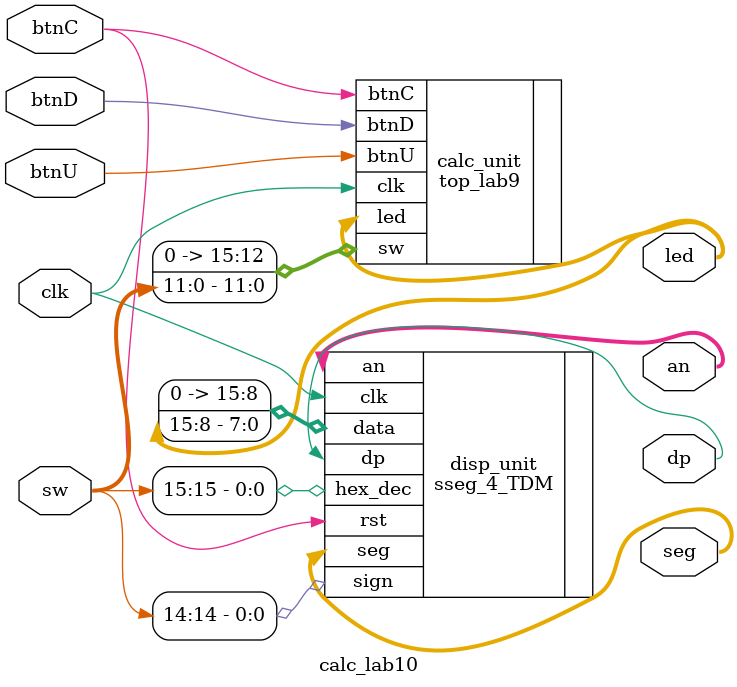
<source format=sv>
`timescale 1ns / 1ps


module calc_lab10( 
    input [15:0] sw,
    output [6:0] seg,
    
    output [15:0] led,
    
    input clk,
    input btnC,
    input btnU,
    input btnD,
    
    
    
    output [3:0] an,
     output dp
     
  
    
        );
    
    
    
    
    top_lab9 calc_unit(
        .sw({4'b0000,sw[11:0]}),
        .clk(clk),
        .btnC(btnC),
        .btnU(btnU),
        .btnD(btnD),
        .led(led)
    );
    
      
       
    
    sseg_4_TDM disp_unit(
        .data({8'b00000000,led [15:8]}),
        .clk(clk),
        .rst(btnC),
        .hex_dec(sw[15]),
        .sign(sw[14]),
        
        .seg(seg),
        .an(an),
        .dp(dp)
        
    );
 
  
 
 
endmodule
</source>
